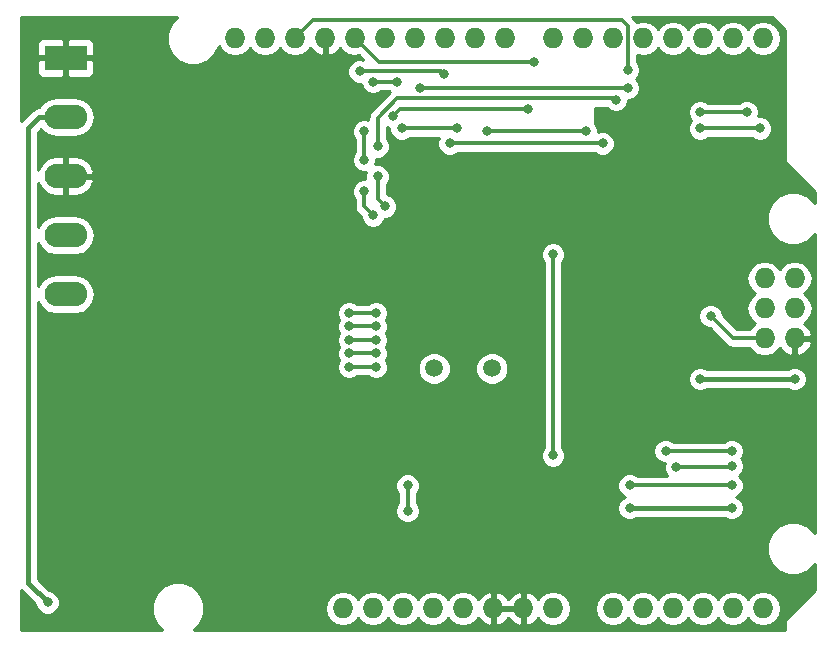
<source format=gbl>
G04 #@! TF.FileFunction,Copper,L2,Bot,Signal*
%FSLAX46Y46*%
G04 Gerber Fmt 4.6, Leading zero omitted, Abs format (unit mm)*
G04 Created by KiCad (PCBNEW 4.0.6) date Tuesday, 13 February 2018 20:17:47*
%MOMM*%
%LPD*%
G01*
G04 APERTURE LIST*
%ADD10C,0.100000*%
%ADD11O,1.727200X1.727200*%
%ADD12C,1.501140*%
%ADD13R,3.600000X2.100000*%
%ADD14O,3.600000X2.100000*%
%ADD15C,0.800000*%
%ADD16C,0.300000*%
%ADD17C,0.400000*%
%ADD18C,0.254000*%
G04 APERTURE END LIST*
D10*
D11*
X212090000Y-79629000D03*
X214630000Y-79629000D03*
X214630000Y-77089000D03*
X212090000Y-77089000D03*
X214630000Y-74549000D03*
X199263000Y-102489000D03*
X194183000Y-102489000D03*
X191643000Y-102489000D03*
X189103000Y-102489000D03*
X186563000Y-102489000D03*
X184023000Y-102489000D03*
X181483000Y-102489000D03*
X178943000Y-102489000D03*
X211963000Y-54229000D03*
X209423000Y-54229000D03*
X206883000Y-54229000D03*
X204343000Y-54229000D03*
X201803000Y-54229000D03*
X199263000Y-54229000D03*
X196723000Y-54229000D03*
X194183000Y-54229000D03*
X174879000Y-54229000D03*
X190119000Y-54229000D03*
X187579000Y-54229000D03*
X185039000Y-54229000D03*
X167259000Y-54229000D03*
X169799000Y-54229000D03*
X172339000Y-54229000D03*
X177419000Y-54229000D03*
X179959000Y-54229000D03*
X182499000Y-54229000D03*
X176403000Y-102489000D03*
X201803000Y-102489000D03*
X204343000Y-102489000D03*
X206883000Y-102489000D03*
X209423000Y-102489000D03*
X211963000Y-102489000D03*
X212090000Y-74549000D03*
D12*
X184122060Y-82169000D03*
X189003940Y-82169000D03*
D13*
X152908000Y-55880000D03*
D14*
X152908000Y-60880000D03*
X152908000Y-65880000D03*
X152908000Y-70880000D03*
X152908000Y-75880000D03*
D15*
X184912000Y-57277000D03*
X177800000Y-57023000D03*
X185420000Y-63119000D03*
X198374000Y-63119000D03*
X207518000Y-77724000D03*
X181864000Y-94234000D03*
X181864000Y-92075000D03*
X179197000Y-82042000D03*
X176911000Y-82042000D03*
X188087000Y-95758000D03*
X191008000Y-91726000D03*
X175514000Y-60756000D03*
X181388000Y-63754000D03*
X196088000Y-67850000D03*
X199771000Y-70281000D03*
X203708000Y-72668000D03*
X192500000Y-86233000D03*
X196088000Y-74962000D03*
X180340000Y-75406000D03*
X181261000Y-86233000D03*
X175895000Y-75406000D03*
X167480000Y-75311000D03*
X160298000Y-73406000D03*
X172212000Y-85775000D03*
X168656000Y-86138000D03*
X177292000Y-89443000D03*
X168656000Y-93377000D03*
X157734000Y-93345000D03*
X157734000Y-89789000D03*
X153035000Y-89789000D03*
X153035000Y-93345000D03*
X153035000Y-96774000D03*
X157607000Y-96774000D03*
X155321000Y-96774000D03*
X155321000Y-89789000D03*
X155318000Y-93345000D03*
X179324000Y-63373000D03*
X179324000Y-65913000D03*
X206629000Y-61849000D03*
X199517000Y-59436000D03*
X179959000Y-68453000D03*
X211709000Y-61849000D03*
X200660000Y-92075000D03*
X209296000Y-92075000D03*
X200660000Y-93980000D03*
X209296000Y-93980000D03*
X214630000Y-83058000D03*
X206629000Y-83058000D03*
X200533000Y-56896000D03*
X182880000Y-58420000D03*
X200533000Y-58420000D03*
X206629000Y-60452000D03*
X210566000Y-60452000D03*
X179197000Y-77470000D03*
X176911000Y-77470000D03*
X179197000Y-78613000D03*
X176911000Y-78613000D03*
X194183000Y-72517000D03*
X194183000Y-89535000D03*
X209296000Y-90424000D03*
X204597000Y-90551000D03*
X192024000Y-60198000D03*
X180594000Y-60833000D03*
X178181000Y-62103000D03*
X178181000Y-64516000D03*
X178181000Y-67183000D03*
X178943000Y-69215000D03*
X209296000Y-89154000D03*
X203708000Y-89154000D03*
X181356000Y-61849000D03*
X179197000Y-79756000D03*
X176911000Y-79756000D03*
X186055000Y-61849000D03*
X192532000Y-56261000D03*
X176911000Y-80899000D03*
X179197000Y-80899000D03*
X180975000Y-57912000D03*
X178943000Y-57912000D03*
X196977000Y-62103000D03*
X188595000Y-62103000D03*
X151384000Y-101981000D03*
D16*
X184658000Y-57023000D02*
X184912000Y-57277000D01*
X177800000Y-57023000D02*
X184658000Y-57023000D01*
X212090000Y-79629000D02*
X209423000Y-79629000D01*
X198374000Y-63119000D02*
X185420000Y-63119000D01*
X209423000Y-79629000D02*
X207518000Y-77724000D01*
X181864000Y-94234000D02*
X181864000Y-92075000D01*
X179197000Y-82042000D02*
X176911000Y-82042000D01*
D17*
X191008000Y-91726000D02*
X191008000Y-91694000D01*
X175514000Y-60756000D02*
X175514000Y-60833000D01*
X181388000Y-63754000D02*
X181356000Y-63754000D01*
X196088000Y-67850000D02*
X196088000Y-67818000D01*
X199771000Y-70281000D02*
X199771000Y-70358000D01*
X203708000Y-72668000D02*
X203708000Y-72644000D01*
X192500000Y-86233000D02*
X192532000Y-86233000D01*
X196088000Y-74962000D02*
X196088000Y-74930000D01*
X180340000Y-75406000D02*
X180340000Y-75438000D01*
X181261000Y-86233000D02*
X181229000Y-86233000D01*
X175895000Y-75406000D02*
X175895000Y-75438000D01*
X167480000Y-75311000D02*
X167513000Y-75311000D01*
X160298000Y-73406000D02*
X160274000Y-73406000D01*
X172212000Y-85775000D02*
X172212000Y-85725000D01*
X168656000Y-86138000D02*
X168656000Y-86106000D01*
X177292000Y-89443000D02*
X177292000Y-89408000D01*
X168656000Y-93377000D02*
X168656000Y-93345000D01*
X155318000Y-93345000D02*
X157734000Y-93345000D01*
X155321000Y-89789000D02*
X157734000Y-89789000D01*
X155321000Y-89789000D02*
X153035000Y-89789000D01*
X155318000Y-93345000D02*
X153035000Y-93345000D01*
X155321000Y-96774000D02*
X153035000Y-96774000D01*
X155321000Y-96774000D02*
X157607000Y-96774000D01*
X155318000Y-93345000D02*
X155318000Y-96771000D01*
X155318000Y-96771000D02*
X155321000Y-96774000D01*
X155318000Y-93345000D02*
X155318000Y-89792000D01*
X155318000Y-89792000D02*
X155321000Y-89789000D01*
X155318000Y-93345000D02*
X155321000Y-93345000D01*
D16*
X179324000Y-63373000D02*
X179324000Y-60960000D01*
X179324000Y-67818000D02*
X179324000Y-65913000D01*
X211709000Y-61849000D02*
X206629000Y-61849000D01*
X199517000Y-59436000D02*
X199390000Y-59309000D01*
X199390000Y-59309000D02*
X180975000Y-59309000D01*
X180975000Y-59309000D02*
X179324000Y-60960000D01*
X179324000Y-67818000D02*
X179959000Y-68453000D01*
X200660000Y-92075000D02*
X209296000Y-92075000D01*
D17*
X200660000Y-93980000D02*
X209296000Y-93980000D01*
X214630000Y-83058000D02*
X206629000Y-83058000D01*
D16*
X172339000Y-54229000D02*
X173863000Y-52705000D01*
X200533000Y-53213000D02*
X200533000Y-56896000D01*
X200025000Y-52705000D02*
X200533000Y-53213000D01*
X173863000Y-52705000D02*
X200025000Y-52705000D01*
X200533000Y-58420000D02*
X182880000Y-58420000D01*
X210566000Y-60452000D02*
X206629000Y-60452000D01*
X179197000Y-77470000D02*
X176911000Y-77470000D01*
X179197000Y-78613000D02*
X176911000Y-78613000D01*
X194183000Y-89535000D02*
X194183000Y-72517000D01*
X209296000Y-90424000D02*
X209169000Y-90551000D01*
X209169000Y-90551000D02*
X204597000Y-90551000D01*
X181229000Y-60198000D02*
X192024000Y-60198000D01*
X180594000Y-60833000D02*
X181229000Y-60198000D01*
X178181000Y-64516000D02*
X178181000Y-62103000D01*
X178181000Y-68453000D02*
X178181000Y-67183000D01*
X178943000Y-69215000D02*
X178181000Y-68453000D01*
X209296000Y-89154000D02*
X203708000Y-89154000D01*
X181356000Y-61849000D02*
X186055000Y-61849000D01*
X179197000Y-79756000D02*
X176911000Y-79756000D01*
X192532000Y-56261000D02*
X190627000Y-56261000D01*
X190627000Y-56261000D02*
X179451000Y-56261000D01*
X179451000Y-56261000D02*
X177419000Y-54229000D01*
X179197000Y-80899000D02*
X176911000Y-80899000D01*
X178943000Y-57912000D02*
X180975000Y-57912000D01*
X196977000Y-62103000D02*
X188595000Y-62103000D01*
D17*
X152908000Y-60880000D02*
X150702000Y-60880000D01*
X150702000Y-60880000D02*
X149733000Y-61849000D01*
X149733000Y-61849000D02*
X149733000Y-100330000D01*
X149733000Y-100330000D02*
X151384000Y-101981000D01*
D18*
G36*
X161809364Y-52961321D02*
X161468389Y-53782481D01*
X161467613Y-54671619D01*
X161807155Y-55493372D01*
X162435321Y-56122636D01*
X163256481Y-56463611D01*
X164145619Y-56464387D01*
X164967372Y-56124845D01*
X165596636Y-55496679D01*
X165869645Y-54839200D01*
X166169971Y-55288670D01*
X166656152Y-55613526D01*
X167229641Y-55727600D01*
X167288359Y-55727600D01*
X167861848Y-55613526D01*
X168348029Y-55288670D01*
X168529000Y-55017828D01*
X168709971Y-55288670D01*
X169196152Y-55613526D01*
X169769641Y-55727600D01*
X169828359Y-55727600D01*
X170401848Y-55613526D01*
X170888029Y-55288670D01*
X171069000Y-55017828D01*
X171249971Y-55288670D01*
X171736152Y-55613526D01*
X172309641Y-55727600D01*
X172368359Y-55727600D01*
X172941848Y-55613526D01*
X173428029Y-55288670D01*
X173608992Y-55017839D01*
X173990510Y-55435821D01*
X174519973Y-55683968D01*
X174752000Y-55563469D01*
X174752000Y-54356000D01*
X174732000Y-54356000D01*
X174732000Y-54102000D01*
X174752000Y-54102000D01*
X174752000Y-54082000D01*
X175006000Y-54082000D01*
X175006000Y-54102000D01*
X175026000Y-54102000D01*
X175026000Y-54356000D01*
X175006000Y-54356000D01*
X175006000Y-55563469D01*
X175238027Y-55683968D01*
X175767490Y-55435821D01*
X176149008Y-55017839D01*
X176329971Y-55288670D01*
X176816152Y-55613526D01*
X177389641Y-55727600D01*
X177448359Y-55727600D01*
X177747866Y-55668024D01*
X178111511Y-56031669D01*
X178006777Y-55988180D01*
X177595029Y-55987821D01*
X177214485Y-56145058D01*
X176923081Y-56435954D01*
X176765180Y-56816223D01*
X176764821Y-57227971D01*
X176922058Y-57608515D01*
X177212954Y-57899919D01*
X177593223Y-58057820D01*
X177907872Y-58058094D01*
X177907821Y-58116971D01*
X178065058Y-58497515D01*
X178355954Y-58788919D01*
X178736223Y-58946820D01*
X179147971Y-58947179D01*
X179528515Y-58789942D01*
X179621619Y-58697000D01*
X180296195Y-58697000D01*
X180386440Y-58787402D01*
X178768921Y-60404921D01*
X178598755Y-60659593D01*
X178574105Y-60783515D01*
X178539000Y-60960000D01*
X178539000Y-61130973D01*
X178387777Y-61068180D01*
X177976029Y-61067821D01*
X177595485Y-61225058D01*
X177304081Y-61515954D01*
X177146180Y-61896223D01*
X177145821Y-62307971D01*
X177303058Y-62688515D01*
X177396000Y-62781619D01*
X177396000Y-63837195D01*
X177304081Y-63928954D01*
X177146180Y-64309223D01*
X177145821Y-64720971D01*
X177303058Y-65101515D01*
X177593954Y-65392919D01*
X177974223Y-65550820D01*
X178353571Y-65551151D01*
X178289180Y-65706223D01*
X178288821Y-66117971D01*
X178301272Y-66148105D01*
X177976029Y-66147821D01*
X177595485Y-66305058D01*
X177304081Y-66595954D01*
X177146180Y-66976223D01*
X177145821Y-67387971D01*
X177303058Y-67768515D01*
X177396000Y-67861619D01*
X177396000Y-68453000D01*
X177455755Y-68753407D01*
X177625921Y-69008079D01*
X177907934Y-69290092D01*
X177907821Y-69419971D01*
X178065058Y-69800515D01*
X178355954Y-70091919D01*
X178736223Y-70249820D01*
X179147971Y-70250179D01*
X179528515Y-70092942D01*
X179819919Y-69802046D01*
X179950325Y-69487993D01*
X180163971Y-69488179D01*
X180544515Y-69330942D01*
X180835919Y-69040046D01*
X180993820Y-68659777D01*
X180994179Y-68248029D01*
X180836942Y-67867485D01*
X180546046Y-67576081D01*
X180165777Y-67418180D01*
X180109000Y-67418130D01*
X180109000Y-66591805D01*
X180200919Y-66500046D01*
X180358820Y-66119777D01*
X180359179Y-65708029D01*
X180201942Y-65327485D01*
X179911046Y-65036081D01*
X179530777Y-64878180D01*
X179151429Y-64877849D01*
X179215820Y-64722777D01*
X179216095Y-64407906D01*
X179528971Y-64408179D01*
X179909515Y-64250942D01*
X180200919Y-63960046D01*
X180358820Y-63579777D01*
X180359179Y-63168029D01*
X180201942Y-62787485D01*
X180109000Y-62694381D01*
X180109000Y-61752292D01*
X180321007Y-61840325D01*
X180320821Y-62053971D01*
X180478058Y-62434515D01*
X180768954Y-62725919D01*
X181149223Y-62883820D01*
X181560971Y-62884179D01*
X181941515Y-62726942D01*
X182034619Y-62634000D01*
X184500708Y-62634000D01*
X184385180Y-62912223D01*
X184384821Y-63323971D01*
X184542058Y-63704515D01*
X184832954Y-63995919D01*
X185213223Y-64153820D01*
X185624971Y-64154179D01*
X186005515Y-63996942D01*
X186098619Y-63904000D01*
X197695195Y-63904000D01*
X197786954Y-63995919D01*
X198167223Y-64153820D01*
X198578971Y-64154179D01*
X198959515Y-63996942D01*
X199250919Y-63706046D01*
X199408820Y-63325777D01*
X199409179Y-62914029D01*
X199251942Y-62533485D01*
X198961046Y-62242081D01*
X198580777Y-62084180D01*
X198169029Y-62083821D01*
X198011960Y-62148720D01*
X198012179Y-61898029D01*
X197854942Y-61517485D01*
X197739000Y-61401341D01*
X197739000Y-60656971D01*
X205593821Y-60656971D01*
X205751058Y-61037515D01*
X205863788Y-61150442D01*
X205752081Y-61261954D01*
X205594180Y-61642223D01*
X205593821Y-62053971D01*
X205751058Y-62434515D01*
X206041954Y-62725919D01*
X206422223Y-62883820D01*
X206833971Y-62884179D01*
X207214515Y-62726942D01*
X207307619Y-62634000D01*
X211030195Y-62634000D01*
X211121954Y-62725919D01*
X211502223Y-62883820D01*
X211913971Y-62884179D01*
X212294515Y-62726942D01*
X212585919Y-62436046D01*
X212743820Y-62055777D01*
X212744179Y-61644029D01*
X212586942Y-61263485D01*
X212296046Y-60972081D01*
X211915777Y-60814180D01*
X211536429Y-60813849D01*
X211600820Y-60658777D01*
X211601179Y-60247029D01*
X211443942Y-59866485D01*
X211153046Y-59575081D01*
X210772777Y-59417180D01*
X210361029Y-59416821D01*
X209980485Y-59574058D01*
X209887381Y-59667000D01*
X207307805Y-59667000D01*
X207216046Y-59575081D01*
X206835777Y-59417180D01*
X206424029Y-59416821D01*
X206043485Y-59574058D01*
X205752081Y-59864954D01*
X205594180Y-60245223D01*
X205593821Y-60656971D01*
X197739000Y-60656971D01*
X197739000Y-60094000D01*
X198711417Y-60094000D01*
X198929954Y-60312919D01*
X199310223Y-60470820D01*
X199721971Y-60471179D01*
X200102515Y-60313942D01*
X200393919Y-60023046D01*
X200551820Y-59642777D01*
X200551984Y-59455017D01*
X200737971Y-59455179D01*
X201118515Y-59297942D01*
X201409919Y-59007046D01*
X201567820Y-58626777D01*
X201568179Y-58215029D01*
X201410942Y-57834485D01*
X201234712Y-57657947D01*
X201409919Y-57483046D01*
X201567820Y-57102777D01*
X201568179Y-56691029D01*
X201410942Y-56310485D01*
X201318000Y-56217381D01*
X201318000Y-55636967D01*
X201773641Y-55727600D01*
X201832359Y-55727600D01*
X202405848Y-55613526D01*
X202892029Y-55288670D01*
X203073000Y-55017828D01*
X203253971Y-55288670D01*
X203740152Y-55613526D01*
X204313641Y-55727600D01*
X204372359Y-55727600D01*
X204945848Y-55613526D01*
X205432029Y-55288670D01*
X205613000Y-55017828D01*
X205793971Y-55288670D01*
X206280152Y-55613526D01*
X206853641Y-55727600D01*
X206912359Y-55727600D01*
X207485848Y-55613526D01*
X207972029Y-55288670D01*
X208153000Y-55017828D01*
X208333971Y-55288670D01*
X208820152Y-55613526D01*
X209393641Y-55727600D01*
X209452359Y-55727600D01*
X210025848Y-55613526D01*
X210512029Y-55288670D01*
X210693000Y-55017828D01*
X210873971Y-55288670D01*
X211360152Y-55613526D01*
X211933641Y-55727600D01*
X211992359Y-55727600D01*
X212565848Y-55613526D01*
X213052029Y-55288670D01*
X213376885Y-54802489D01*
X213490959Y-54229000D01*
X213376885Y-53655511D01*
X213052029Y-53169330D01*
X212565848Y-52844474D01*
X211992359Y-52730400D01*
X211933641Y-52730400D01*
X211360152Y-52844474D01*
X210873971Y-53169330D01*
X210693000Y-53440172D01*
X210512029Y-53169330D01*
X210025848Y-52844474D01*
X209452359Y-52730400D01*
X209393641Y-52730400D01*
X208820152Y-52844474D01*
X208333971Y-53169330D01*
X208153000Y-53440172D01*
X207972029Y-53169330D01*
X207485848Y-52844474D01*
X206912359Y-52730400D01*
X206853641Y-52730400D01*
X206280152Y-52844474D01*
X205793971Y-53169330D01*
X205613000Y-53440172D01*
X205432029Y-53169330D01*
X204945848Y-52844474D01*
X204372359Y-52730400D01*
X204313641Y-52730400D01*
X203740152Y-52844474D01*
X203253971Y-53169330D01*
X203073000Y-53440172D01*
X202892029Y-53169330D01*
X202405848Y-52844474D01*
X201832359Y-52730400D01*
X201773641Y-52730400D01*
X201211253Y-52842266D01*
X201088079Y-52657921D01*
X201088076Y-52657919D01*
X200829158Y-52399000D01*
X212684908Y-52399000D01*
X213793000Y-53507091D01*
X213793000Y-64389000D01*
X213847046Y-64660705D01*
X214000954Y-64891046D01*
X216333000Y-67223091D01*
X216333000Y-68138668D01*
X215770679Y-67575364D01*
X214949519Y-67234389D01*
X214060381Y-67233613D01*
X213238628Y-67573155D01*
X212609364Y-68201321D01*
X212268389Y-69022481D01*
X212267613Y-69911619D01*
X212607155Y-70733372D01*
X213235321Y-71362636D01*
X214056481Y-71703611D01*
X214945619Y-71704387D01*
X215767372Y-71364845D01*
X216333000Y-70800204D01*
X216333000Y-96078668D01*
X215770679Y-95515364D01*
X214949519Y-95174389D01*
X214060381Y-95173613D01*
X213238628Y-95513155D01*
X212609364Y-96141321D01*
X212268389Y-96962481D01*
X212267613Y-97851619D01*
X212607155Y-98673372D01*
X213235321Y-99302636D01*
X214056481Y-99643611D01*
X214945619Y-99644387D01*
X215767372Y-99304845D01*
X216333000Y-98740204D01*
X216333000Y-100924909D01*
X214000954Y-103256954D01*
X213847046Y-103487295D01*
X213793000Y-103759000D01*
X213793000Y-104319000D01*
X163763332Y-104319000D01*
X164326636Y-103756679D01*
X164667611Y-102935519D01*
X164668000Y-102489000D01*
X174875041Y-102489000D01*
X174989115Y-103062489D01*
X175313971Y-103548670D01*
X175800152Y-103873526D01*
X176373641Y-103987600D01*
X176432359Y-103987600D01*
X177005848Y-103873526D01*
X177492029Y-103548670D01*
X177673000Y-103277828D01*
X177853971Y-103548670D01*
X178340152Y-103873526D01*
X178913641Y-103987600D01*
X178972359Y-103987600D01*
X179545848Y-103873526D01*
X180032029Y-103548670D01*
X180213000Y-103277828D01*
X180393971Y-103548670D01*
X180880152Y-103873526D01*
X181453641Y-103987600D01*
X181512359Y-103987600D01*
X182085848Y-103873526D01*
X182572029Y-103548670D01*
X182753000Y-103277828D01*
X182933971Y-103548670D01*
X183420152Y-103873526D01*
X183993641Y-103987600D01*
X184052359Y-103987600D01*
X184625848Y-103873526D01*
X185112029Y-103548670D01*
X185293000Y-103277828D01*
X185473971Y-103548670D01*
X185960152Y-103873526D01*
X186533641Y-103987600D01*
X186592359Y-103987600D01*
X187165848Y-103873526D01*
X187652029Y-103548670D01*
X187832992Y-103277839D01*
X188214510Y-103695821D01*
X188743973Y-103943968D01*
X188976000Y-103823469D01*
X188976000Y-102616000D01*
X189230000Y-102616000D01*
X189230000Y-103823469D01*
X189462027Y-103943968D01*
X189991490Y-103695821D01*
X190373000Y-103277848D01*
X190754510Y-103695821D01*
X191283973Y-103943968D01*
X191516000Y-103823469D01*
X191516000Y-102616000D01*
X189230000Y-102616000D01*
X188976000Y-102616000D01*
X188956000Y-102616000D01*
X188956000Y-102362000D01*
X188976000Y-102362000D01*
X188976000Y-101154531D01*
X189230000Y-101154531D01*
X189230000Y-102362000D01*
X191516000Y-102362000D01*
X191516000Y-101154531D01*
X191770000Y-101154531D01*
X191770000Y-102362000D01*
X191790000Y-102362000D01*
X191790000Y-102616000D01*
X191770000Y-102616000D01*
X191770000Y-103823469D01*
X192002027Y-103943968D01*
X192531490Y-103695821D01*
X192913008Y-103277839D01*
X193093971Y-103548670D01*
X193580152Y-103873526D01*
X194153641Y-103987600D01*
X194212359Y-103987600D01*
X194785848Y-103873526D01*
X195272029Y-103548670D01*
X195596885Y-103062489D01*
X195710959Y-102489000D01*
X197735041Y-102489000D01*
X197849115Y-103062489D01*
X198173971Y-103548670D01*
X198660152Y-103873526D01*
X199233641Y-103987600D01*
X199292359Y-103987600D01*
X199865848Y-103873526D01*
X200352029Y-103548670D01*
X200533000Y-103277828D01*
X200713971Y-103548670D01*
X201200152Y-103873526D01*
X201773641Y-103987600D01*
X201832359Y-103987600D01*
X202405848Y-103873526D01*
X202892029Y-103548670D01*
X203073000Y-103277828D01*
X203253971Y-103548670D01*
X203740152Y-103873526D01*
X204313641Y-103987600D01*
X204372359Y-103987600D01*
X204945848Y-103873526D01*
X205432029Y-103548670D01*
X205613000Y-103277828D01*
X205793971Y-103548670D01*
X206280152Y-103873526D01*
X206853641Y-103987600D01*
X206912359Y-103987600D01*
X207485848Y-103873526D01*
X207972029Y-103548670D01*
X208153000Y-103277828D01*
X208333971Y-103548670D01*
X208820152Y-103873526D01*
X209393641Y-103987600D01*
X209452359Y-103987600D01*
X210025848Y-103873526D01*
X210512029Y-103548670D01*
X210693000Y-103277828D01*
X210873971Y-103548670D01*
X211360152Y-103873526D01*
X211933641Y-103987600D01*
X211992359Y-103987600D01*
X212565848Y-103873526D01*
X213052029Y-103548670D01*
X213376885Y-103062489D01*
X213490959Y-102489000D01*
X213376885Y-101915511D01*
X213052029Y-101429330D01*
X212565848Y-101104474D01*
X211992359Y-100990400D01*
X211933641Y-100990400D01*
X211360152Y-101104474D01*
X210873971Y-101429330D01*
X210693000Y-101700172D01*
X210512029Y-101429330D01*
X210025848Y-101104474D01*
X209452359Y-100990400D01*
X209393641Y-100990400D01*
X208820152Y-101104474D01*
X208333971Y-101429330D01*
X208153000Y-101700172D01*
X207972029Y-101429330D01*
X207485848Y-101104474D01*
X206912359Y-100990400D01*
X206853641Y-100990400D01*
X206280152Y-101104474D01*
X205793971Y-101429330D01*
X205613000Y-101700172D01*
X205432029Y-101429330D01*
X204945848Y-101104474D01*
X204372359Y-100990400D01*
X204313641Y-100990400D01*
X203740152Y-101104474D01*
X203253971Y-101429330D01*
X203073000Y-101700172D01*
X202892029Y-101429330D01*
X202405848Y-101104474D01*
X201832359Y-100990400D01*
X201773641Y-100990400D01*
X201200152Y-101104474D01*
X200713971Y-101429330D01*
X200533000Y-101700172D01*
X200352029Y-101429330D01*
X199865848Y-101104474D01*
X199292359Y-100990400D01*
X199233641Y-100990400D01*
X198660152Y-101104474D01*
X198173971Y-101429330D01*
X197849115Y-101915511D01*
X197735041Y-102489000D01*
X195710959Y-102489000D01*
X195596885Y-101915511D01*
X195272029Y-101429330D01*
X194785848Y-101104474D01*
X194212359Y-100990400D01*
X194153641Y-100990400D01*
X193580152Y-101104474D01*
X193093971Y-101429330D01*
X192913008Y-101700161D01*
X192531490Y-101282179D01*
X192002027Y-101034032D01*
X191770000Y-101154531D01*
X191516000Y-101154531D01*
X191283973Y-101034032D01*
X190754510Y-101282179D01*
X190373000Y-101700152D01*
X189991490Y-101282179D01*
X189462027Y-101034032D01*
X189230000Y-101154531D01*
X188976000Y-101154531D01*
X188743973Y-101034032D01*
X188214510Y-101282179D01*
X187832992Y-101700161D01*
X187652029Y-101429330D01*
X187165848Y-101104474D01*
X186592359Y-100990400D01*
X186533641Y-100990400D01*
X185960152Y-101104474D01*
X185473971Y-101429330D01*
X185293000Y-101700172D01*
X185112029Y-101429330D01*
X184625848Y-101104474D01*
X184052359Y-100990400D01*
X183993641Y-100990400D01*
X183420152Y-101104474D01*
X182933971Y-101429330D01*
X182753000Y-101700172D01*
X182572029Y-101429330D01*
X182085848Y-101104474D01*
X181512359Y-100990400D01*
X181453641Y-100990400D01*
X180880152Y-101104474D01*
X180393971Y-101429330D01*
X180213000Y-101700172D01*
X180032029Y-101429330D01*
X179545848Y-101104474D01*
X178972359Y-100990400D01*
X178913641Y-100990400D01*
X178340152Y-101104474D01*
X177853971Y-101429330D01*
X177673000Y-101700172D01*
X177492029Y-101429330D01*
X177005848Y-101104474D01*
X176432359Y-100990400D01*
X176373641Y-100990400D01*
X175800152Y-101104474D01*
X175313971Y-101429330D01*
X174989115Y-101915511D01*
X174875041Y-102489000D01*
X164668000Y-102489000D01*
X164668387Y-102046381D01*
X164328845Y-101224628D01*
X163700679Y-100595364D01*
X162879519Y-100254389D01*
X161990381Y-100253613D01*
X161168628Y-100593155D01*
X160539364Y-101221321D01*
X160198389Y-102042481D01*
X160197613Y-102931619D01*
X160537155Y-103753372D01*
X161101796Y-104319000D01*
X149173000Y-104319000D01*
X149173000Y-100950868D01*
X150348873Y-102126741D01*
X150348821Y-102185971D01*
X150506058Y-102566515D01*
X150796954Y-102857919D01*
X151177223Y-103015820D01*
X151588971Y-103016179D01*
X151969515Y-102858942D01*
X152260919Y-102568046D01*
X152418820Y-102187777D01*
X152419179Y-101776029D01*
X152261942Y-101395485D01*
X151971046Y-101104081D01*
X151590777Y-100946180D01*
X151529995Y-100946127D01*
X150568000Y-99984132D01*
X150568000Y-92279971D01*
X180828821Y-92279971D01*
X180986058Y-92660515D01*
X181079000Y-92753619D01*
X181079000Y-93555195D01*
X180987081Y-93646954D01*
X180829180Y-94027223D01*
X180828821Y-94438971D01*
X180986058Y-94819515D01*
X181276954Y-95110919D01*
X181657223Y-95268820D01*
X182068971Y-95269179D01*
X182449515Y-95111942D01*
X182740919Y-94821046D01*
X182898820Y-94440777D01*
X182899179Y-94029029D01*
X182741942Y-93648485D01*
X182649000Y-93555381D01*
X182649000Y-92753805D01*
X182740919Y-92662046D01*
X182898820Y-92281777D01*
X182898821Y-92279971D01*
X199624821Y-92279971D01*
X199782058Y-92660515D01*
X200072954Y-92951919D01*
X200254952Y-93027491D01*
X200074485Y-93102058D01*
X199783081Y-93392954D01*
X199625180Y-93773223D01*
X199624821Y-94184971D01*
X199782058Y-94565515D01*
X200072954Y-94856919D01*
X200453223Y-95014820D01*
X200864971Y-95015179D01*
X201245515Y-94857942D01*
X201288532Y-94815000D01*
X208667108Y-94815000D01*
X208708954Y-94856919D01*
X209089223Y-95014820D01*
X209500971Y-95015179D01*
X209881515Y-94857942D01*
X210172919Y-94567046D01*
X210330820Y-94186777D01*
X210331179Y-93775029D01*
X210173942Y-93394485D01*
X209883046Y-93103081D01*
X209701048Y-93027509D01*
X209881515Y-92952942D01*
X210172919Y-92662046D01*
X210330820Y-92281777D01*
X210331179Y-91870029D01*
X210173942Y-91489485D01*
X209934212Y-91249337D01*
X210172919Y-91011046D01*
X210330820Y-90630777D01*
X210331179Y-90219029D01*
X210173942Y-89838485D01*
X210124712Y-89789169D01*
X210172919Y-89741046D01*
X210330820Y-89360777D01*
X210331179Y-88949029D01*
X210173942Y-88568485D01*
X209883046Y-88277081D01*
X209502777Y-88119180D01*
X209091029Y-88118821D01*
X208710485Y-88276058D01*
X208617381Y-88369000D01*
X204386805Y-88369000D01*
X204295046Y-88277081D01*
X203914777Y-88119180D01*
X203503029Y-88118821D01*
X203122485Y-88276058D01*
X202831081Y-88566954D01*
X202673180Y-88947223D01*
X202672821Y-89358971D01*
X202830058Y-89739515D01*
X203120954Y-90030919D01*
X203501223Y-90188820D01*
X203626663Y-90188929D01*
X203562180Y-90344223D01*
X203561821Y-90755971D01*
X203719058Y-91136515D01*
X203872275Y-91290000D01*
X201338805Y-91290000D01*
X201247046Y-91198081D01*
X200866777Y-91040180D01*
X200455029Y-91039821D01*
X200074485Y-91197058D01*
X199783081Y-91487954D01*
X199625180Y-91868223D01*
X199624821Y-92279971D01*
X182898821Y-92279971D01*
X182899179Y-91870029D01*
X182741942Y-91489485D01*
X182451046Y-91198081D01*
X182070777Y-91040180D01*
X181659029Y-91039821D01*
X181278485Y-91197058D01*
X180987081Y-91487954D01*
X180829180Y-91868223D01*
X180828821Y-92279971D01*
X150568000Y-92279971D01*
X150568000Y-77674971D01*
X175875821Y-77674971D01*
X176027446Y-78041933D01*
X175876180Y-78406223D01*
X175875821Y-78817971D01*
X176027446Y-79184933D01*
X175876180Y-79549223D01*
X175875821Y-79960971D01*
X176027446Y-80327933D01*
X175876180Y-80692223D01*
X175875821Y-81103971D01*
X176027446Y-81470933D01*
X175876180Y-81835223D01*
X175875821Y-82246971D01*
X176033058Y-82627515D01*
X176323954Y-82918919D01*
X176704223Y-83076820D01*
X177115971Y-83077179D01*
X177496515Y-82919942D01*
X177589619Y-82827000D01*
X178518195Y-82827000D01*
X178609954Y-82918919D01*
X178990223Y-83076820D01*
X179401971Y-83077179D01*
X179782515Y-82919942D01*
X180073919Y-82629046D01*
X180151006Y-82443398D01*
X182736250Y-82443398D01*
X182946746Y-82952837D01*
X183336173Y-83342944D01*
X183845244Y-83554329D01*
X184396458Y-83554810D01*
X184905897Y-83344314D01*
X185296004Y-82954887D01*
X185507389Y-82445816D01*
X185507391Y-82443398D01*
X187618130Y-82443398D01*
X187828626Y-82952837D01*
X188218053Y-83342944D01*
X188727124Y-83554329D01*
X189278338Y-83554810D01*
X189787777Y-83344314D01*
X190177884Y-82954887D01*
X190389269Y-82445816D01*
X190389750Y-81894602D01*
X190179254Y-81385163D01*
X189789827Y-80995056D01*
X189280756Y-80783671D01*
X188729542Y-80783190D01*
X188220103Y-80993686D01*
X187829996Y-81383113D01*
X187618611Y-81892184D01*
X187618130Y-82443398D01*
X185507391Y-82443398D01*
X185507870Y-81894602D01*
X185297374Y-81385163D01*
X184907947Y-80995056D01*
X184398876Y-80783671D01*
X183847662Y-80783190D01*
X183338223Y-80993686D01*
X182948116Y-81383113D01*
X182736731Y-81892184D01*
X182736250Y-82443398D01*
X180151006Y-82443398D01*
X180231820Y-82248777D01*
X180232179Y-81837029D01*
X180080554Y-81470067D01*
X180231820Y-81105777D01*
X180232179Y-80694029D01*
X180080554Y-80327067D01*
X180231820Y-79962777D01*
X180232179Y-79551029D01*
X180080554Y-79184067D01*
X180231820Y-78819777D01*
X180232179Y-78408029D01*
X180080554Y-78041067D01*
X180231820Y-77676777D01*
X180232179Y-77265029D01*
X180074942Y-76884485D01*
X179784046Y-76593081D01*
X179403777Y-76435180D01*
X178992029Y-76434821D01*
X178611485Y-76592058D01*
X178518381Y-76685000D01*
X177589805Y-76685000D01*
X177498046Y-76593081D01*
X177117777Y-76435180D01*
X176706029Y-76434821D01*
X176325485Y-76592058D01*
X176034081Y-76882954D01*
X175876180Y-77263223D01*
X175875821Y-77674971D01*
X150568000Y-77674971D01*
X150568000Y-76546434D01*
X150918821Y-77071475D01*
X151465474Y-77436737D01*
X152110296Y-77565000D01*
X153705704Y-77565000D01*
X154350526Y-77436737D01*
X154897179Y-77071475D01*
X155262441Y-76524822D01*
X155390704Y-75880000D01*
X155262441Y-75235178D01*
X154897179Y-74688525D01*
X154350526Y-74323263D01*
X153705704Y-74195000D01*
X152110296Y-74195000D01*
X151465474Y-74323263D01*
X150918821Y-74688525D01*
X150568000Y-75213566D01*
X150568000Y-72721971D01*
X193147821Y-72721971D01*
X193305058Y-73102515D01*
X193398000Y-73195619D01*
X193398000Y-88856195D01*
X193306081Y-88947954D01*
X193148180Y-89328223D01*
X193147821Y-89739971D01*
X193305058Y-90120515D01*
X193595954Y-90411919D01*
X193976223Y-90569820D01*
X194387971Y-90570179D01*
X194768515Y-90412942D01*
X195059919Y-90122046D01*
X195217820Y-89741777D01*
X195218179Y-89330029D01*
X195060942Y-88949485D01*
X194968000Y-88856381D01*
X194968000Y-83262971D01*
X205593821Y-83262971D01*
X205751058Y-83643515D01*
X206041954Y-83934919D01*
X206422223Y-84092820D01*
X206833971Y-84093179D01*
X207214515Y-83935942D01*
X207257532Y-83893000D01*
X214001108Y-83893000D01*
X214042954Y-83934919D01*
X214423223Y-84092820D01*
X214834971Y-84093179D01*
X215215515Y-83935942D01*
X215506919Y-83645046D01*
X215664820Y-83264777D01*
X215665179Y-82853029D01*
X215507942Y-82472485D01*
X215217046Y-82181081D01*
X214836777Y-82023180D01*
X214425029Y-82022821D01*
X214044485Y-82180058D01*
X214001468Y-82223000D01*
X207257892Y-82223000D01*
X207216046Y-82181081D01*
X206835777Y-82023180D01*
X206424029Y-82022821D01*
X206043485Y-82180058D01*
X205752081Y-82470954D01*
X205594180Y-82851223D01*
X205593821Y-83262971D01*
X194968000Y-83262971D01*
X194968000Y-77928971D01*
X206482821Y-77928971D01*
X206640058Y-78309515D01*
X206930954Y-78600919D01*
X207311223Y-78758820D01*
X207442777Y-78758935D01*
X208867921Y-80184079D01*
X209122594Y-80354245D01*
X209423000Y-80414000D01*
X210817442Y-80414000D01*
X211000971Y-80688670D01*
X211487152Y-81013526D01*
X212060641Y-81127600D01*
X212119359Y-81127600D01*
X212692848Y-81013526D01*
X213179029Y-80688670D01*
X213359992Y-80417839D01*
X213741510Y-80835821D01*
X214270973Y-81083968D01*
X214503000Y-80963469D01*
X214503000Y-79756000D01*
X214757000Y-79756000D01*
X214757000Y-80963469D01*
X214989027Y-81083968D01*
X215518490Y-80835821D01*
X215912688Y-80403947D01*
X216084958Y-79988026D01*
X215963817Y-79756000D01*
X214757000Y-79756000D01*
X214503000Y-79756000D01*
X214483000Y-79756000D01*
X214483000Y-79502000D01*
X214503000Y-79502000D01*
X214503000Y-79482000D01*
X214757000Y-79482000D01*
X214757000Y-79502000D01*
X215963817Y-79502000D01*
X216084958Y-79269974D01*
X215912688Y-78854053D01*
X215518490Y-78422179D01*
X215395772Y-78364664D01*
X215719029Y-78148670D01*
X216043885Y-77662489D01*
X216157959Y-77089000D01*
X216043885Y-76515511D01*
X215719029Y-76029330D01*
X215404248Y-75819000D01*
X215719029Y-75608670D01*
X216043885Y-75122489D01*
X216157959Y-74549000D01*
X216043885Y-73975511D01*
X215719029Y-73489330D01*
X215232848Y-73164474D01*
X214659359Y-73050400D01*
X214600641Y-73050400D01*
X214027152Y-73164474D01*
X213540971Y-73489330D01*
X213360000Y-73760172D01*
X213179029Y-73489330D01*
X212692848Y-73164474D01*
X212119359Y-73050400D01*
X212060641Y-73050400D01*
X211487152Y-73164474D01*
X211000971Y-73489330D01*
X210676115Y-73975511D01*
X210562041Y-74549000D01*
X210676115Y-75122489D01*
X211000971Y-75608670D01*
X211315752Y-75819000D01*
X211000971Y-76029330D01*
X210676115Y-76515511D01*
X210562041Y-77089000D01*
X210676115Y-77662489D01*
X211000971Y-78148670D01*
X211315752Y-78359000D01*
X211000971Y-78569330D01*
X210817442Y-78844000D01*
X209748158Y-78844000D01*
X208553066Y-77648908D01*
X208553179Y-77519029D01*
X208395942Y-77138485D01*
X208105046Y-76847081D01*
X207724777Y-76689180D01*
X207313029Y-76688821D01*
X206932485Y-76846058D01*
X206641081Y-77136954D01*
X206483180Y-77517223D01*
X206482821Y-77928971D01*
X194968000Y-77928971D01*
X194968000Y-73195805D01*
X195059919Y-73104046D01*
X195217820Y-72723777D01*
X195218179Y-72312029D01*
X195060942Y-71931485D01*
X194770046Y-71640081D01*
X194389777Y-71482180D01*
X193978029Y-71481821D01*
X193597485Y-71639058D01*
X193306081Y-71929954D01*
X193148180Y-72310223D01*
X193147821Y-72721971D01*
X150568000Y-72721971D01*
X150568000Y-71546434D01*
X150918821Y-72071475D01*
X151465474Y-72436737D01*
X152110296Y-72565000D01*
X153705704Y-72565000D01*
X154350526Y-72436737D01*
X154897179Y-72071475D01*
X155262441Y-71524822D01*
X155390704Y-70880000D01*
X155262441Y-70235178D01*
X154897179Y-69688525D01*
X154350526Y-69323263D01*
X153705704Y-69195000D01*
X152110296Y-69195000D01*
X151465474Y-69323263D01*
X150918821Y-69688525D01*
X150568000Y-70213566D01*
X150568000Y-66434664D01*
X150876723Y-66981672D01*
X151395846Y-67388136D01*
X152031000Y-67565000D01*
X152781000Y-67565000D01*
X152781000Y-66007000D01*
X153035000Y-66007000D01*
X153035000Y-67565000D01*
X153785000Y-67565000D01*
X154420154Y-67388136D01*
X154939277Y-66981672D01*
X155263337Y-66407489D01*
X155297654Y-66268279D01*
X155178957Y-66007000D01*
X153035000Y-66007000D01*
X152781000Y-66007000D01*
X152761000Y-66007000D01*
X152761000Y-65753000D01*
X152781000Y-65753000D01*
X152781000Y-64195000D01*
X153035000Y-64195000D01*
X153035000Y-65753000D01*
X155178957Y-65753000D01*
X155297654Y-65491721D01*
X155263337Y-65352511D01*
X154939277Y-64778328D01*
X154420154Y-64371864D01*
X153785000Y-64195000D01*
X153035000Y-64195000D01*
X152781000Y-64195000D01*
X152031000Y-64195000D01*
X151395846Y-64371864D01*
X150876723Y-64778328D01*
X150568000Y-65325336D01*
X150568000Y-62194868D01*
X150827726Y-61935142D01*
X150918821Y-62071475D01*
X151465474Y-62436737D01*
X152110296Y-62565000D01*
X153705704Y-62565000D01*
X154350526Y-62436737D01*
X154897179Y-62071475D01*
X155262441Y-61524822D01*
X155390704Y-60880000D01*
X155262441Y-60235178D01*
X154897179Y-59688525D01*
X154350526Y-59323263D01*
X153705704Y-59195000D01*
X152110296Y-59195000D01*
X151465474Y-59323263D01*
X150918821Y-59688525D01*
X150677357Y-60049902D01*
X150382459Y-60108561D01*
X150177930Y-60245223D01*
X150111566Y-60289566D01*
X149173000Y-61228132D01*
X149173000Y-56165750D01*
X150473000Y-56165750D01*
X150473000Y-57056309D01*
X150569673Y-57289698D01*
X150748301Y-57468327D01*
X150981690Y-57565000D01*
X152622250Y-57565000D01*
X152781000Y-57406250D01*
X152781000Y-56007000D01*
X153035000Y-56007000D01*
X153035000Y-57406250D01*
X153193750Y-57565000D01*
X154834310Y-57565000D01*
X155067699Y-57468327D01*
X155246327Y-57289698D01*
X155343000Y-57056309D01*
X155343000Y-56165750D01*
X155184250Y-56007000D01*
X153035000Y-56007000D01*
X152781000Y-56007000D01*
X150631750Y-56007000D01*
X150473000Y-56165750D01*
X149173000Y-56165750D01*
X149173000Y-54703691D01*
X150473000Y-54703691D01*
X150473000Y-55594250D01*
X150631750Y-55753000D01*
X152781000Y-55753000D01*
X152781000Y-54353750D01*
X153035000Y-54353750D01*
X153035000Y-55753000D01*
X155184250Y-55753000D01*
X155343000Y-55594250D01*
X155343000Y-54703691D01*
X155246327Y-54470302D01*
X155067699Y-54291673D01*
X154834310Y-54195000D01*
X153193750Y-54195000D01*
X153035000Y-54353750D01*
X152781000Y-54353750D01*
X152622250Y-54195000D01*
X150981690Y-54195000D01*
X150748301Y-54291673D01*
X150569673Y-54470302D01*
X150473000Y-54703691D01*
X149173000Y-54703691D01*
X149173000Y-52399000D01*
X162372668Y-52399000D01*
X161809364Y-52961321D01*
X161809364Y-52961321D01*
G37*
X161809364Y-52961321D02*
X161468389Y-53782481D01*
X161467613Y-54671619D01*
X161807155Y-55493372D01*
X162435321Y-56122636D01*
X163256481Y-56463611D01*
X164145619Y-56464387D01*
X164967372Y-56124845D01*
X165596636Y-55496679D01*
X165869645Y-54839200D01*
X166169971Y-55288670D01*
X166656152Y-55613526D01*
X167229641Y-55727600D01*
X167288359Y-55727600D01*
X167861848Y-55613526D01*
X168348029Y-55288670D01*
X168529000Y-55017828D01*
X168709971Y-55288670D01*
X169196152Y-55613526D01*
X169769641Y-55727600D01*
X169828359Y-55727600D01*
X170401848Y-55613526D01*
X170888029Y-55288670D01*
X171069000Y-55017828D01*
X171249971Y-55288670D01*
X171736152Y-55613526D01*
X172309641Y-55727600D01*
X172368359Y-55727600D01*
X172941848Y-55613526D01*
X173428029Y-55288670D01*
X173608992Y-55017839D01*
X173990510Y-55435821D01*
X174519973Y-55683968D01*
X174752000Y-55563469D01*
X174752000Y-54356000D01*
X174732000Y-54356000D01*
X174732000Y-54102000D01*
X174752000Y-54102000D01*
X174752000Y-54082000D01*
X175006000Y-54082000D01*
X175006000Y-54102000D01*
X175026000Y-54102000D01*
X175026000Y-54356000D01*
X175006000Y-54356000D01*
X175006000Y-55563469D01*
X175238027Y-55683968D01*
X175767490Y-55435821D01*
X176149008Y-55017839D01*
X176329971Y-55288670D01*
X176816152Y-55613526D01*
X177389641Y-55727600D01*
X177448359Y-55727600D01*
X177747866Y-55668024D01*
X178111511Y-56031669D01*
X178006777Y-55988180D01*
X177595029Y-55987821D01*
X177214485Y-56145058D01*
X176923081Y-56435954D01*
X176765180Y-56816223D01*
X176764821Y-57227971D01*
X176922058Y-57608515D01*
X177212954Y-57899919D01*
X177593223Y-58057820D01*
X177907872Y-58058094D01*
X177907821Y-58116971D01*
X178065058Y-58497515D01*
X178355954Y-58788919D01*
X178736223Y-58946820D01*
X179147971Y-58947179D01*
X179528515Y-58789942D01*
X179621619Y-58697000D01*
X180296195Y-58697000D01*
X180386440Y-58787402D01*
X178768921Y-60404921D01*
X178598755Y-60659593D01*
X178574105Y-60783515D01*
X178539000Y-60960000D01*
X178539000Y-61130973D01*
X178387777Y-61068180D01*
X177976029Y-61067821D01*
X177595485Y-61225058D01*
X177304081Y-61515954D01*
X177146180Y-61896223D01*
X177145821Y-62307971D01*
X177303058Y-62688515D01*
X177396000Y-62781619D01*
X177396000Y-63837195D01*
X177304081Y-63928954D01*
X177146180Y-64309223D01*
X177145821Y-64720971D01*
X177303058Y-65101515D01*
X177593954Y-65392919D01*
X177974223Y-65550820D01*
X178353571Y-65551151D01*
X178289180Y-65706223D01*
X178288821Y-66117971D01*
X178301272Y-66148105D01*
X177976029Y-66147821D01*
X177595485Y-66305058D01*
X177304081Y-66595954D01*
X177146180Y-66976223D01*
X177145821Y-67387971D01*
X177303058Y-67768515D01*
X177396000Y-67861619D01*
X177396000Y-68453000D01*
X177455755Y-68753407D01*
X177625921Y-69008079D01*
X177907934Y-69290092D01*
X177907821Y-69419971D01*
X178065058Y-69800515D01*
X178355954Y-70091919D01*
X178736223Y-70249820D01*
X179147971Y-70250179D01*
X179528515Y-70092942D01*
X179819919Y-69802046D01*
X179950325Y-69487993D01*
X180163971Y-69488179D01*
X180544515Y-69330942D01*
X180835919Y-69040046D01*
X180993820Y-68659777D01*
X180994179Y-68248029D01*
X180836942Y-67867485D01*
X180546046Y-67576081D01*
X180165777Y-67418180D01*
X180109000Y-67418130D01*
X180109000Y-66591805D01*
X180200919Y-66500046D01*
X180358820Y-66119777D01*
X180359179Y-65708029D01*
X180201942Y-65327485D01*
X179911046Y-65036081D01*
X179530777Y-64878180D01*
X179151429Y-64877849D01*
X179215820Y-64722777D01*
X179216095Y-64407906D01*
X179528971Y-64408179D01*
X179909515Y-64250942D01*
X180200919Y-63960046D01*
X180358820Y-63579777D01*
X180359179Y-63168029D01*
X180201942Y-62787485D01*
X180109000Y-62694381D01*
X180109000Y-61752292D01*
X180321007Y-61840325D01*
X180320821Y-62053971D01*
X180478058Y-62434515D01*
X180768954Y-62725919D01*
X181149223Y-62883820D01*
X181560971Y-62884179D01*
X181941515Y-62726942D01*
X182034619Y-62634000D01*
X184500708Y-62634000D01*
X184385180Y-62912223D01*
X184384821Y-63323971D01*
X184542058Y-63704515D01*
X184832954Y-63995919D01*
X185213223Y-64153820D01*
X185624971Y-64154179D01*
X186005515Y-63996942D01*
X186098619Y-63904000D01*
X197695195Y-63904000D01*
X197786954Y-63995919D01*
X198167223Y-64153820D01*
X198578971Y-64154179D01*
X198959515Y-63996942D01*
X199250919Y-63706046D01*
X199408820Y-63325777D01*
X199409179Y-62914029D01*
X199251942Y-62533485D01*
X198961046Y-62242081D01*
X198580777Y-62084180D01*
X198169029Y-62083821D01*
X198011960Y-62148720D01*
X198012179Y-61898029D01*
X197854942Y-61517485D01*
X197739000Y-61401341D01*
X197739000Y-60656971D01*
X205593821Y-60656971D01*
X205751058Y-61037515D01*
X205863788Y-61150442D01*
X205752081Y-61261954D01*
X205594180Y-61642223D01*
X205593821Y-62053971D01*
X205751058Y-62434515D01*
X206041954Y-62725919D01*
X206422223Y-62883820D01*
X206833971Y-62884179D01*
X207214515Y-62726942D01*
X207307619Y-62634000D01*
X211030195Y-62634000D01*
X211121954Y-62725919D01*
X211502223Y-62883820D01*
X211913971Y-62884179D01*
X212294515Y-62726942D01*
X212585919Y-62436046D01*
X212743820Y-62055777D01*
X212744179Y-61644029D01*
X212586942Y-61263485D01*
X212296046Y-60972081D01*
X211915777Y-60814180D01*
X211536429Y-60813849D01*
X211600820Y-60658777D01*
X211601179Y-60247029D01*
X211443942Y-59866485D01*
X211153046Y-59575081D01*
X210772777Y-59417180D01*
X210361029Y-59416821D01*
X209980485Y-59574058D01*
X209887381Y-59667000D01*
X207307805Y-59667000D01*
X207216046Y-59575081D01*
X206835777Y-59417180D01*
X206424029Y-59416821D01*
X206043485Y-59574058D01*
X205752081Y-59864954D01*
X205594180Y-60245223D01*
X205593821Y-60656971D01*
X197739000Y-60656971D01*
X197739000Y-60094000D01*
X198711417Y-60094000D01*
X198929954Y-60312919D01*
X199310223Y-60470820D01*
X199721971Y-60471179D01*
X200102515Y-60313942D01*
X200393919Y-60023046D01*
X200551820Y-59642777D01*
X200551984Y-59455017D01*
X200737971Y-59455179D01*
X201118515Y-59297942D01*
X201409919Y-59007046D01*
X201567820Y-58626777D01*
X201568179Y-58215029D01*
X201410942Y-57834485D01*
X201234712Y-57657947D01*
X201409919Y-57483046D01*
X201567820Y-57102777D01*
X201568179Y-56691029D01*
X201410942Y-56310485D01*
X201318000Y-56217381D01*
X201318000Y-55636967D01*
X201773641Y-55727600D01*
X201832359Y-55727600D01*
X202405848Y-55613526D01*
X202892029Y-55288670D01*
X203073000Y-55017828D01*
X203253971Y-55288670D01*
X203740152Y-55613526D01*
X204313641Y-55727600D01*
X204372359Y-55727600D01*
X204945848Y-55613526D01*
X205432029Y-55288670D01*
X205613000Y-55017828D01*
X205793971Y-55288670D01*
X206280152Y-55613526D01*
X206853641Y-55727600D01*
X206912359Y-55727600D01*
X207485848Y-55613526D01*
X207972029Y-55288670D01*
X208153000Y-55017828D01*
X208333971Y-55288670D01*
X208820152Y-55613526D01*
X209393641Y-55727600D01*
X209452359Y-55727600D01*
X210025848Y-55613526D01*
X210512029Y-55288670D01*
X210693000Y-55017828D01*
X210873971Y-55288670D01*
X211360152Y-55613526D01*
X211933641Y-55727600D01*
X211992359Y-55727600D01*
X212565848Y-55613526D01*
X213052029Y-55288670D01*
X213376885Y-54802489D01*
X213490959Y-54229000D01*
X213376885Y-53655511D01*
X213052029Y-53169330D01*
X212565848Y-52844474D01*
X211992359Y-52730400D01*
X211933641Y-52730400D01*
X211360152Y-52844474D01*
X210873971Y-53169330D01*
X210693000Y-53440172D01*
X210512029Y-53169330D01*
X210025848Y-52844474D01*
X209452359Y-52730400D01*
X209393641Y-52730400D01*
X208820152Y-52844474D01*
X208333971Y-53169330D01*
X208153000Y-53440172D01*
X207972029Y-53169330D01*
X207485848Y-52844474D01*
X206912359Y-52730400D01*
X206853641Y-52730400D01*
X206280152Y-52844474D01*
X205793971Y-53169330D01*
X205613000Y-53440172D01*
X205432029Y-53169330D01*
X204945848Y-52844474D01*
X204372359Y-52730400D01*
X204313641Y-52730400D01*
X203740152Y-52844474D01*
X203253971Y-53169330D01*
X203073000Y-53440172D01*
X202892029Y-53169330D01*
X202405848Y-52844474D01*
X201832359Y-52730400D01*
X201773641Y-52730400D01*
X201211253Y-52842266D01*
X201088079Y-52657921D01*
X201088076Y-52657919D01*
X200829158Y-52399000D01*
X212684908Y-52399000D01*
X213793000Y-53507091D01*
X213793000Y-64389000D01*
X213847046Y-64660705D01*
X214000954Y-64891046D01*
X216333000Y-67223091D01*
X216333000Y-68138668D01*
X215770679Y-67575364D01*
X214949519Y-67234389D01*
X214060381Y-67233613D01*
X213238628Y-67573155D01*
X212609364Y-68201321D01*
X212268389Y-69022481D01*
X212267613Y-69911619D01*
X212607155Y-70733372D01*
X213235321Y-71362636D01*
X214056481Y-71703611D01*
X214945619Y-71704387D01*
X215767372Y-71364845D01*
X216333000Y-70800204D01*
X216333000Y-96078668D01*
X215770679Y-95515364D01*
X214949519Y-95174389D01*
X214060381Y-95173613D01*
X213238628Y-95513155D01*
X212609364Y-96141321D01*
X212268389Y-96962481D01*
X212267613Y-97851619D01*
X212607155Y-98673372D01*
X213235321Y-99302636D01*
X214056481Y-99643611D01*
X214945619Y-99644387D01*
X215767372Y-99304845D01*
X216333000Y-98740204D01*
X216333000Y-100924909D01*
X214000954Y-103256954D01*
X213847046Y-103487295D01*
X213793000Y-103759000D01*
X213793000Y-104319000D01*
X163763332Y-104319000D01*
X164326636Y-103756679D01*
X164667611Y-102935519D01*
X164668000Y-102489000D01*
X174875041Y-102489000D01*
X174989115Y-103062489D01*
X175313971Y-103548670D01*
X175800152Y-103873526D01*
X176373641Y-103987600D01*
X176432359Y-103987600D01*
X177005848Y-103873526D01*
X177492029Y-103548670D01*
X177673000Y-103277828D01*
X177853971Y-103548670D01*
X178340152Y-103873526D01*
X178913641Y-103987600D01*
X178972359Y-103987600D01*
X179545848Y-103873526D01*
X180032029Y-103548670D01*
X180213000Y-103277828D01*
X180393971Y-103548670D01*
X180880152Y-103873526D01*
X181453641Y-103987600D01*
X181512359Y-103987600D01*
X182085848Y-103873526D01*
X182572029Y-103548670D01*
X182753000Y-103277828D01*
X182933971Y-103548670D01*
X183420152Y-103873526D01*
X183993641Y-103987600D01*
X184052359Y-103987600D01*
X184625848Y-103873526D01*
X185112029Y-103548670D01*
X185293000Y-103277828D01*
X185473971Y-103548670D01*
X185960152Y-103873526D01*
X186533641Y-103987600D01*
X186592359Y-103987600D01*
X187165848Y-103873526D01*
X187652029Y-103548670D01*
X187832992Y-103277839D01*
X188214510Y-103695821D01*
X188743973Y-103943968D01*
X188976000Y-103823469D01*
X188976000Y-102616000D01*
X189230000Y-102616000D01*
X189230000Y-103823469D01*
X189462027Y-103943968D01*
X189991490Y-103695821D01*
X190373000Y-103277848D01*
X190754510Y-103695821D01*
X191283973Y-103943968D01*
X191516000Y-103823469D01*
X191516000Y-102616000D01*
X189230000Y-102616000D01*
X188976000Y-102616000D01*
X188956000Y-102616000D01*
X188956000Y-102362000D01*
X188976000Y-102362000D01*
X188976000Y-101154531D01*
X189230000Y-101154531D01*
X189230000Y-102362000D01*
X191516000Y-102362000D01*
X191516000Y-101154531D01*
X191770000Y-101154531D01*
X191770000Y-102362000D01*
X191790000Y-102362000D01*
X191790000Y-102616000D01*
X191770000Y-102616000D01*
X191770000Y-103823469D01*
X192002027Y-103943968D01*
X192531490Y-103695821D01*
X192913008Y-103277839D01*
X193093971Y-103548670D01*
X193580152Y-103873526D01*
X194153641Y-103987600D01*
X194212359Y-103987600D01*
X194785848Y-103873526D01*
X195272029Y-103548670D01*
X195596885Y-103062489D01*
X195710959Y-102489000D01*
X197735041Y-102489000D01*
X197849115Y-103062489D01*
X198173971Y-103548670D01*
X198660152Y-103873526D01*
X199233641Y-103987600D01*
X199292359Y-103987600D01*
X199865848Y-103873526D01*
X200352029Y-103548670D01*
X200533000Y-103277828D01*
X200713971Y-103548670D01*
X201200152Y-103873526D01*
X201773641Y-103987600D01*
X201832359Y-103987600D01*
X202405848Y-103873526D01*
X202892029Y-103548670D01*
X203073000Y-103277828D01*
X203253971Y-103548670D01*
X203740152Y-103873526D01*
X204313641Y-103987600D01*
X204372359Y-103987600D01*
X204945848Y-103873526D01*
X205432029Y-103548670D01*
X205613000Y-103277828D01*
X205793971Y-103548670D01*
X206280152Y-103873526D01*
X206853641Y-103987600D01*
X206912359Y-103987600D01*
X207485848Y-103873526D01*
X207972029Y-103548670D01*
X208153000Y-103277828D01*
X208333971Y-103548670D01*
X208820152Y-103873526D01*
X209393641Y-103987600D01*
X209452359Y-103987600D01*
X210025848Y-103873526D01*
X210512029Y-103548670D01*
X210693000Y-103277828D01*
X210873971Y-103548670D01*
X211360152Y-103873526D01*
X211933641Y-103987600D01*
X211992359Y-103987600D01*
X212565848Y-103873526D01*
X213052029Y-103548670D01*
X213376885Y-103062489D01*
X213490959Y-102489000D01*
X213376885Y-101915511D01*
X213052029Y-101429330D01*
X212565848Y-101104474D01*
X211992359Y-100990400D01*
X211933641Y-100990400D01*
X211360152Y-101104474D01*
X210873971Y-101429330D01*
X210693000Y-101700172D01*
X210512029Y-101429330D01*
X210025848Y-101104474D01*
X209452359Y-100990400D01*
X209393641Y-100990400D01*
X208820152Y-101104474D01*
X208333971Y-101429330D01*
X208153000Y-101700172D01*
X207972029Y-101429330D01*
X207485848Y-101104474D01*
X206912359Y-100990400D01*
X206853641Y-100990400D01*
X206280152Y-101104474D01*
X205793971Y-101429330D01*
X205613000Y-101700172D01*
X205432029Y-101429330D01*
X204945848Y-101104474D01*
X204372359Y-100990400D01*
X204313641Y-100990400D01*
X203740152Y-101104474D01*
X203253971Y-101429330D01*
X203073000Y-101700172D01*
X202892029Y-101429330D01*
X202405848Y-101104474D01*
X201832359Y-100990400D01*
X201773641Y-100990400D01*
X201200152Y-101104474D01*
X200713971Y-101429330D01*
X200533000Y-101700172D01*
X200352029Y-101429330D01*
X199865848Y-101104474D01*
X199292359Y-100990400D01*
X199233641Y-100990400D01*
X198660152Y-101104474D01*
X198173971Y-101429330D01*
X197849115Y-101915511D01*
X197735041Y-102489000D01*
X195710959Y-102489000D01*
X195596885Y-101915511D01*
X195272029Y-101429330D01*
X194785848Y-101104474D01*
X194212359Y-100990400D01*
X194153641Y-100990400D01*
X193580152Y-101104474D01*
X193093971Y-101429330D01*
X192913008Y-101700161D01*
X192531490Y-101282179D01*
X192002027Y-101034032D01*
X191770000Y-101154531D01*
X191516000Y-101154531D01*
X191283973Y-101034032D01*
X190754510Y-101282179D01*
X190373000Y-101700152D01*
X189991490Y-101282179D01*
X189462027Y-101034032D01*
X189230000Y-101154531D01*
X188976000Y-101154531D01*
X188743973Y-101034032D01*
X188214510Y-101282179D01*
X187832992Y-101700161D01*
X187652029Y-101429330D01*
X187165848Y-101104474D01*
X186592359Y-100990400D01*
X186533641Y-100990400D01*
X185960152Y-101104474D01*
X185473971Y-101429330D01*
X185293000Y-101700172D01*
X185112029Y-101429330D01*
X184625848Y-101104474D01*
X184052359Y-100990400D01*
X183993641Y-100990400D01*
X183420152Y-101104474D01*
X182933971Y-101429330D01*
X182753000Y-101700172D01*
X182572029Y-101429330D01*
X182085848Y-101104474D01*
X181512359Y-100990400D01*
X181453641Y-100990400D01*
X180880152Y-101104474D01*
X180393971Y-101429330D01*
X180213000Y-101700172D01*
X180032029Y-101429330D01*
X179545848Y-101104474D01*
X178972359Y-100990400D01*
X178913641Y-100990400D01*
X178340152Y-101104474D01*
X177853971Y-101429330D01*
X177673000Y-101700172D01*
X177492029Y-101429330D01*
X177005848Y-101104474D01*
X176432359Y-100990400D01*
X176373641Y-100990400D01*
X175800152Y-101104474D01*
X175313971Y-101429330D01*
X174989115Y-101915511D01*
X174875041Y-102489000D01*
X164668000Y-102489000D01*
X164668387Y-102046381D01*
X164328845Y-101224628D01*
X163700679Y-100595364D01*
X162879519Y-100254389D01*
X161990381Y-100253613D01*
X161168628Y-100593155D01*
X160539364Y-101221321D01*
X160198389Y-102042481D01*
X160197613Y-102931619D01*
X160537155Y-103753372D01*
X161101796Y-104319000D01*
X149173000Y-104319000D01*
X149173000Y-100950868D01*
X150348873Y-102126741D01*
X150348821Y-102185971D01*
X150506058Y-102566515D01*
X150796954Y-102857919D01*
X151177223Y-103015820D01*
X151588971Y-103016179D01*
X151969515Y-102858942D01*
X152260919Y-102568046D01*
X152418820Y-102187777D01*
X152419179Y-101776029D01*
X152261942Y-101395485D01*
X151971046Y-101104081D01*
X151590777Y-100946180D01*
X151529995Y-100946127D01*
X150568000Y-99984132D01*
X150568000Y-92279971D01*
X180828821Y-92279971D01*
X180986058Y-92660515D01*
X181079000Y-92753619D01*
X181079000Y-93555195D01*
X180987081Y-93646954D01*
X180829180Y-94027223D01*
X180828821Y-94438971D01*
X180986058Y-94819515D01*
X181276954Y-95110919D01*
X181657223Y-95268820D01*
X182068971Y-95269179D01*
X182449515Y-95111942D01*
X182740919Y-94821046D01*
X182898820Y-94440777D01*
X182899179Y-94029029D01*
X182741942Y-93648485D01*
X182649000Y-93555381D01*
X182649000Y-92753805D01*
X182740919Y-92662046D01*
X182898820Y-92281777D01*
X182898821Y-92279971D01*
X199624821Y-92279971D01*
X199782058Y-92660515D01*
X200072954Y-92951919D01*
X200254952Y-93027491D01*
X200074485Y-93102058D01*
X199783081Y-93392954D01*
X199625180Y-93773223D01*
X199624821Y-94184971D01*
X199782058Y-94565515D01*
X200072954Y-94856919D01*
X200453223Y-95014820D01*
X200864971Y-95015179D01*
X201245515Y-94857942D01*
X201288532Y-94815000D01*
X208667108Y-94815000D01*
X208708954Y-94856919D01*
X209089223Y-95014820D01*
X209500971Y-95015179D01*
X209881515Y-94857942D01*
X210172919Y-94567046D01*
X210330820Y-94186777D01*
X210331179Y-93775029D01*
X210173942Y-93394485D01*
X209883046Y-93103081D01*
X209701048Y-93027509D01*
X209881515Y-92952942D01*
X210172919Y-92662046D01*
X210330820Y-92281777D01*
X210331179Y-91870029D01*
X210173942Y-91489485D01*
X209934212Y-91249337D01*
X210172919Y-91011046D01*
X210330820Y-90630777D01*
X210331179Y-90219029D01*
X210173942Y-89838485D01*
X210124712Y-89789169D01*
X210172919Y-89741046D01*
X210330820Y-89360777D01*
X210331179Y-88949029D01*
X210173942Y-88568485D01*
X209883046Y-88277081D01*
X209502777Y-88119180D01*
X209091029Y-88118821D01*
X208710485Y-88276058D01*
X208617381Y-88369000D01*
X204386805Y-88369000D01*
X204295046Y-88277081D01*
X203914777Y-88119180D01*
X203503029Y-88118821D01*
X203122485Y-88276058D01*
X202831081Y-88566954D01*
X202673180Y-88947223D01*
X202672821Y-89358971D01*
X202830058Y-89739515D01*
X203120954Y-90030919D01*
X203501223Y-90188820D01*
X203626663Y-90188929D01*
X203562180Y-90344223D01*
X203561821Y-90755971D01*
X203719058Y-91136515D01*
X203872275Y-91290000D01*
X201338805Y-91290000D01*
X201247046Y-91198081D01*
X200866777Y-91040180D01*
X200455029Y-91039821D01*
X200074485Y-91197058D01*
X199783081Y-91487954D01*
X199625180Y-91868223D01*
X199624821Y-92279971D01*
X182898821Y-92279971D01*
X182899179Y-91870029D01*
X182741942Y-91489485D01*
X182451046Y-91198081D01*
X182070777Y-91040180D01*
X181659029Y-91039821D01*
X181278485Y-91197058D01*
X180987081Y-91487954D01*
X180829180Y-91868223D01*
X180828821Y-92279971D01*
X150568000Y-92279971D01*
X150568000Y-77674971D01*
X175875821Y-77674971D01*
X176027446Y-78041933D01*
X175876180Y-78406223D01*
X175875821Y-78817971D01*
X176027446Y-79184933D01*
X175876180Y-79549223D01*
X175875821Y-79960971D01*
X176027446Y-80327933D01*
X175876180Y-80692223D01*
X175875821Y-81103971D01*
X176027446Y-81470933D01*
X175876180Y-81835223D01*
X175875821Y-82246971D01*
X176033058Y-82627515D01*
X176323954Y-82918919D01*
X176704223Y-83076820D01*
X177115971Y-83077179D01*
X177496515Y-82919942D01*
X177589619Y-82827000D01*
X178518195Y-82827000D01*
X178609954Y-82918919D01*
X178990223Y-83076820D01*
X179401971Y-83077179D01*
X179782515Y-82919942D01*
X180073919Y-82629046D01*
X180151006Y-82443398D01*
X182736250Y-82443398D01*
X182946746Y-82952837D01*
X183336173Y-83342944D01*
X183845244Y-83554329D01*
X184396458Y-83554810D01*
X184905897Y-83344314D01*
X185296004Y-82954887D01*
X185507389Y-82445816D01*
X185507391Y-82443398D01*
X187618130Y-82443398D01*
X187828626Y-82952837D01*
X188218053Y-83342944D01*
X188727124Y-83554329D01*
X189278338Y-83554810D01*
X189787777Y-83344314D01*
X190177884Y-82954887D01*
X190389269Y-82445816D01*
X190389750Y-81894602D01*
X190179254Y-81385163D01*
X189789827Y-80995056D01*
X189280756Y-80783671D01*
X188729542Y-80783190D01*
X188220103Y-80993686D01*
X187829996Y-81383113D01*
X187618611Y-81892184D01*
X187618130Y-82443398D01*
X185507391Y-82443398D01*
X185507870Y-81894602D01*
X185297374Y-81385163D01*
X184907947Y-80995056D01*
X184398876Y-80783671D01*
X183847662Y-80783190D01*
X183338223Y-80993686D01*
X182948116Y-81383113D01*
X182736731Y-81892184D01*
X182736250Y-82443398D01*
X180151006Y-82443398D01*
X180231820Y-82248777D01*
X180232179Y-81837029D01*
X180080554Y-81470067D01*
X180231820Y-81105777D01*
X180232179Y-80694029D01*
X180080554Y-80327067D01*
X180231820Y-79962777D01*
X180232179Y-79551029D01*
X180080554Y-79184067D01*
X180231820Y-78819777D01*
X180232179Y-78408029D01*
X180080554Y-78041067D01*
X180231820Y-77676777D01*
X180232179Y-77265029D01*
X180074942Y-76884485D01*
X179784046Y-76593081D01*
X179403777Y-76435180D01*
X178992029Y-76434821D01*
X178611485Y-76592058D01*
X178518381Y-76685000D01*
X177589805Y-76685000D01*
X177498046Y-76593081D01*
X177117777Y-76435180D01*
X176706029Y-76434821D01*
X176325485Y-76592058D01*
X176034081Y-76882954D01*
X175876180Y-77263223D01*
X175875821Y-77674971D01*
X150568000Y-77674971D01*
X150568000Y-76546434D01*
X150918821Y-77071475D01*
X151465474Y-77436737D01*
X152110296Y-77565000D01*
X153705704Y-77565000D01*
X154350526Y-77436737D01*
X154897179Y-77071475D01*
X155262441Y-76524822D01*
X155390704Y-75880000D01*
X155262441Y-75235178D01*
X154897179Y-74688525D01*
X154350526Y-74323263D01*
X153705704Y-74195000D01*
X152110296Y-74195000D01*
X151465474Y-74323263D01*
X150918821Y-74688525D01*
X150568000Y-75213566D01*
X150568000Y-72721971D01*
X193147821Y-72721971D01*
X193305058Y-73102515D01*
X193398000Y-73195619D01*
X193398000Y-88856195D01*
X193306081Y-88947954D01*
X193148180Y-89328223D01*
X193147821Y-89739971D01*
X193305058Y-90120515D01*
X193595954Y-90411919D01*
X193976223Y-90569820D01*
X194387971Y-90570179D01*
X194768515Y-90412942D01*
X195059919Y-90122046D01*
X195217820Y-89741777D01*
X195218179Y-89330029D01*
X195060942Y-88949485D01*
X194968000Y-88856381D01*
X194968000Y-83262971D01*
X205593821Y-83262971D01*
X205751058Y-83643515D01*
X206041954Y-83934919D01*
X206422223Y-84092820D01*
X206833971Y-84093179D01*
X207214515Y-83935942D01*
X207257532Y-83893000D01*
X214001108Y-83893000D01*
X214042954Y-83934919D01*
X214423223Y-84092820D01*
X214834971Y-84093179D01*
X215215515Y-83935942D01*
X215506919Y-83645046D01*
X215664820Y-83264777D01*
X215665179Y-82853029D01*
X215507942Y-82472485D01*
X215217046Y-82181081D01*
X214836777Y-82023180D01*
X214425029Y-82022821D01*
X214044485Y-82180058D01*
X214001468Y-82223000D01*
X207257892Y-82223000D01*
X207216046Y-82181081D01*
X206835777Y-82023180D01*
X206424029Y-82022821D01*
X206043485Y-82180058D01*
X205752081Y-82470954D01*
X205594180Y-82851223D01*
X205593821Y-83262971D01*
X194968000Y-83262971D01*
X194968000Y-77928971D01*
X206482821Y-77928971D01*
X206640058Y-78309515D01*
X206930954Y-78600919D01*
X207311223Y-78758820D01*
X207442777Y-78758935D01*
X208867921Y-80184079D01*
X209122594Y-80354245D01*
X209423000Y-80414000D01*
X210817442Y-80414000D01*
X211000971Y-80688670D01*
X211487152Y-81013526D01*
X212060641Y-81127600D01*
X212119359Y-81127600D01*
X212692848Y-81013526D01*
X213179029Y-80688670D01*
X213359992Y-80417839D01*
X213741510Y-80835821D01*
X214270973Y-81083968D01*
X214503000Y-80963469D01*
X214503000Y-79756000D01*
X214757000Y-79756000D01*
X214757000Y-80963469D01*
X214989027Y-81083968D01*
X215518490Y-80835821D01*
X215912688Y-80403947D01*
X216084958Y-79988026D01*
X215963817Y-79756000D01*
X214757000Y-79756000D01*
X214503000Y-79756000D01*
X214483000Y-79756000D01*
X214483000Y-79502000D01*
X214503000Y-79502000D01*
X214503000Y-79482000D01*
X214757000Y-79482000D01*
X214757000Y-79502000D01*
X215963817Y-79502000D01*
X216084958Y-79269974D01*
X215912688Y-78854053D01*
X215518490Y-78422179D01*
X215395772Y-78364664D01*
X215719029Y-78148670D01*
X216043885Y-77662489D01*
X216157959Y-77089000D01*
X216043885Y-76515511D01*
X215719029Y-76029330D01*
X215404248Y-75819000D01*
X215719029Y-75608670D01*
X216043885Y-75122489D01*
X216157959Y-74549000D01*
X216043885Y-73975511D01*
X215719029Y-73489330D01*
X215232848Y-73164474D01*
X214659359Y-73050400D01*
X214600641Y-73050400D01*
X214027152Y-73164474D01*
X213540971Y-73489330D01*
X213360000Y-73760172D01*
X213179029Y-73489330D01*
X212692848Y-73164474D01*
X212119359Y-73050400D01*
X212060641Y-73050400D01*
X211487152Y-73164474D01*
X211000971Y-73489330D01*
X210676115Y-73975511D01*
X210562041Y-74549000D01*
X210676115Y-75122489D01*
X211000971Y-75608670D01*
X211315752Y-75819000D01*
X211000971Y-76029330D01*
X210676115Y-76515511D01*
X210562041Y-77089000D01*
X210676115Y-77662489D01*
X211000971Y-78148670D01*
X211315752Y-78359000D01*
X211000971Y-78569330D01*
X210817442Y-78844000D01*
X209748158Y-78844000D01*
X208553066Y-77648908D01*
X208553179Y-77519029D01*
X208395942Y-77138485D01*
X208105046Y-76847081D01*
X207724777Y-76689180D01*
X207313029Y-76688821D01*
X206932485Y-76846058D01*
X206641081Y-77136954D01*
X206483180Y-77517223D01*
X206482821Y-77928971D01*
X194968000Y-77928971D01*
X194968000Y-73195805D01*
X195059919Y-73104046D01*
X195217820Y-72723777D01*
X195218179Y-72312029D01*
X195060942Y-71931485D01*
X194770046Y-71640081D01*
X194389777Y-71482180D01*
X193978029Y-71481821D01*
X193597485Y-71639058D01*
X193306081Y-71929954D01*
X193148180Y-72310223D01*
X193147821Y-72721971D01*
X150568000Y-72721971D01*
X150568000Y-71546434D01*
X150918821Y-72071475D01*
X151465474Y-72436737D01*
X152110296Y-72565000D01*
X153705704Y-72565000D01*
X154350526Y-72436737D01*
X154897179Y-72071475D01*
X155262441Y-71524822D01*
X155390704Y-70880000D01*
X155262441Y-70235178D01*
X154897179Y-69688525D01*
X154350526Y-69323263D01*
X153705704Y-69195000D01*
X152110296Y-69195000D01*
X151465474Y-69323263D01*
X150918821Y-69688525D01*
X150568000Y-70213566D01*
X150568000Y-66434664D01*
X150876723Y-66981672D01*
X151395846Y-67388136D01*
X152031000Y-67565000D01*
X152781000Y-67565000D01*
X152781000Y-66007000D01*
X153035000Y-66007000D01*
X153035000Y-67565000D01*
X153785000Y-67565000D01*
X154420154Y-67388136D01*
X154939277Y-66981672D01*
X155263337Y-66407489D01*
X155297654Y-66268279D01*
X155178957Y-66007000D01*
X153035000Y-66007000D01*
X152781000Y-66007000D01*
X152761000Y-66007000D01*
X152761000Y-65753000D01*
X152781000Y-65753000D01*
X152781000Y-64195000D01*
X153035000Y-64195000D01*
X153035000Y-65753000D01*
X155178957Y-65753000D01*
X155297654Y-65491721D01*
X155263337Y-65352511D01*
X154939277Y-64778328D01*
X154420154Y-64371864D01*
X153785000Y-64195000D01*
X153035000Y-64195000D01*
X152781000Y-64195000D01*
X152031000Y-64195000D01*
X151395846Y-64371864D01*
X150876723Y-64778328D01*
X150568000Y-65325336D01*
X150568000Y-62194868D01*
X150827726Y-61935142D01*
X150918821Y-62071475D01*
X151465474Y-62436737D01*
X152110296Y-62565000D01*
X153705704Y-62565000D01*
X154350526Y-62436737D01*
X154897179Y-62071475D01*
X155262441Y-61524822D01*
X155390704Y-60880000D01*
X155262441Y-60235178D01*
X154897179Y-59688525D01*
X154350526Y-59323263D01*
X153705704Y-59195000D01*
X152110296Y-59195000D01*
X151465474Y-59323263D01*
X150918821Y-59688525D01*
X150677357Y-60049902D01*
X150382459Y-60108561D01*
X150177930Y-60245223D01*
X150111566Y-60289566D01*
X149173000Y-61228132D01*
X149173000Y-56165750D01*
X150473000Y-56165750D01*
X150473000Y-57056309D01*
X150569673Y-57289698D01*
X150748301Y-57468327D01*
X150981690Y-57565000D01*
X152622250Y-57565000D01*
X152781000Y-57406250D01*
X152781000Y-56007000D01*
X153035000Y-56007000D01*
X153035000Y-57406250D01*
X153193750Y-57565000D01*
X154834310Y-57565000D01*
X155067699Y-57468327D01*
X155246327Y-57289698D01*
X155343000Y-57056309D01*
X155343000Y-56165750D01*
X155184250Y-56007000D01*
X153035000Y-56007000D01*
X152781000Y-56007000D01*
X150631750Y-56007000D01*
X150473000Y-56165750D01*
X149173000Y-56165750D01*
X149173000Y-54703691D01*
X150473000Y-54703691D01*
X150473000Y-55594250D01*
X150631750Y-55753000D01*
X152781000Y-55753000D01*
X152781000Y-54353750D01*
X153035000Y-54353750D01*
X153035000Y-55753000D01*
X155184250Y-55753000D01*
X155343000Y-55594250D01*
X155343000Y-54703691D01*
X155246327Y-54470302D01*
X155067699Y-54291673D01*
X154834310Y-54195000D01*
X153193750Y-54195000D01*
X153035000Y-54353750D01*
X152781000Y-54353750D01*
X152622250Y-54195000D01*
X150981690Y-54195000D01*
X150748301Y-54291673D01*
X150569673Y-54470302D01*
X150473000Y-54703691D01*
X149173000Y-54703691D01*
X149173000Y-52399000D01*
X162372668Y-52399000D01*
X161809364Y-52961321D01*
M02*

</source>
